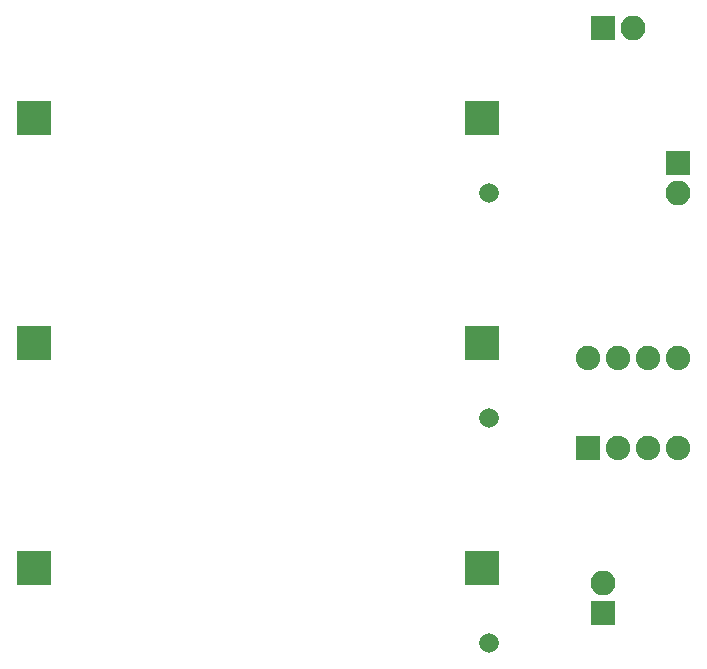
<source format=gbr>
G04 #@! TF.GenerationSoftware,KiCad,Pcbnew,5.0.0+dfsg1-2*
G04 #@! TF.CreationDate,2019-06-02T14:02:43-05:00*
G04 #@! TF.ProjectId,scope-current-shunt,73636F70652D63757272656E742D7368,rev?*
G04 #@! TF.SameCoordinates,Original*
G04 #@! TF.FileFunction,Soldermask,Bot*
G04 #@! TF.FilePolarity,Negative*
%FSLAX46Y46*%
G04 Gerber Fmt 4.6, Leading zero omitted, Abs format (unit mm)*
G04 Created by KiCad (PCBNEW 5.0.0+dfsg1-2) date Sun Jun  2 14:02:43 2019*
%MOMM*%
%LPD*%
G01*
G04 APERTURE LIST*
%ADD10R,2.100000X2.100000*%
%ADD11O,2.100000X2.100000*%
%ADD12R,2.076400X2.076400*%
%ADD13C,2.076400*%
%ADD14R,2.940000X2.940000*%
%ADD15C,1.670000*%
G04 APERTURE END LIST*
D10*
G04 #@! TO.C,J1*
X154940000Y-147320000D03*
D11*
X154940000Y-144780000D03*
G04 #@! TD*
G04 #@! TO.C,J2*
X157480000Y-97790000D03*
D10*
X154940000Y-97790000D03*
G04 #@! TD*
D12*
G04 #@! TO.C,U1*
X153670000Y-133350000D03*
D13*
X156210000Y-133350000D03*
X158750000Y-133350000D03*
X161290000Y-133350000D03*
X161290000Y-125730000D03*
X158750000Y-125730000D03*
X156210000Y-125730000D03*
X153670000Y-125730000D03*
G04 #@! TD*
D14*
G04 #@! TO.C,U2*
X106756200Y-124460000D03*
X144703800Y-124460000D03*
D15*
X145288000Y-130810000D03*
G04 #@! TD*
G04 #@! TO.C,U3*
X145288000Y-111760000D03*
D14*
X144703800Y-105410000D03*
X106756200Y-105410000D03*
G04 #@! TD*
G04 #@! TO.C,U4*
X106756200Y-143510000D03*
X144703800Y-143510000D03*
D15*
X145288000Y-149860000D03*
G04 #@! TD*
D10*
G04 #@! TO.C,J3*
X161290000Y-109220000D03*
D11*
X161290000Y-111760000D03*
G04 #@! TD*
M02*

</source>
